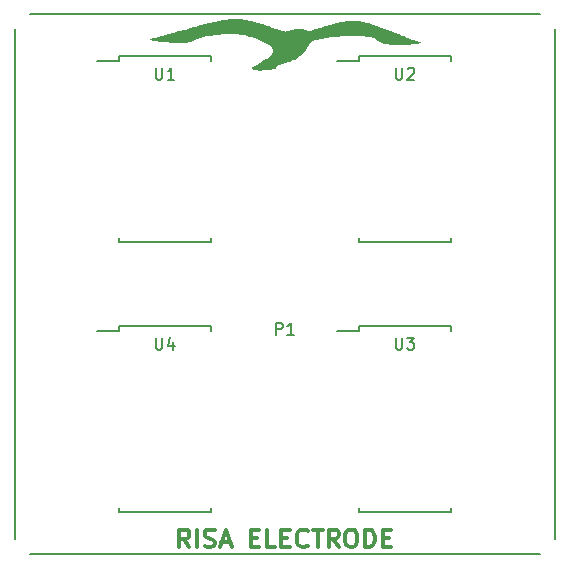
<source format=gto>
G04 #@! TF.FileFunction,Legend,Top*
%FSLAX46Y46*%
G04 Gerber Fmt 4.6, Leading zero omitted, Abs format (unit mm)*
G04 Created by KiCad (PCBNEW (2015-11-29 BZR 6336)-product) date vrijdag 15 april 2016 20:54:22*
%MOMM*%
G01*
G04 APERTURE LIST*
%ADD10C,0.100000*%
%ADD11C,0.300000*%
%ADD12C,0.200000*%
%ADD13C,0.150000*%
%ADD14C,0.010000*%
G04 APERTURE END LIST*
D10*
D11*
X144328572Y-123868571D02*
X143828572Y-123154286D01*
X143471429Y-123868571D02*
X143471429Y-122368571D01*
X144042857Y-122368571D01*
X144185715Y-122440000D01*
X144257143Y-122511429D01*
X144328572Y-122654286D01*
X144328572Y-122868571D01*
X144257143Y-123011429D01*
X144185715Y-123082857D01*
X144042857Y-123154286D01*
X143471429Y-123154286D01*
X144971429Y-123868571D02*
X144971429Y-122368571D01*
X145614286Y-123797143D02*
X145828572Y-123868571D01*
X146185715Y-123868571D01*
X146328572Y-123797143D01*
X146400001Y-123725714D01*
X146471429Y-123582857D01*
X146471429Y-123440000D01*
X146400001Y-123297143D01*
X146328572Y-123225714D01*
X146185715Y-123154286D01*
X145900001Y-123082857D01*
X145757143Y-123011429D01*
X145685715Y-122940000D01*
X145614286Y-122797143D01*
X145614286Y-122654286D01*
X145685715Y-122511429D01*
X145757143Y-122440000D01*
X145900001Y-122368571D01*
X146257143Y-122368571D01*
X146471429Y-122440000D01*
X147042857Y-123440000D02*
X147757143Y-123440000D01*
X146900000Y-123868571D02*
X147400000Y-122368571D01*
X147900000Y-123868571D01*
X149542857Y-123082857D02*
X150042857Y-123082857D01*
X150257143Y-123868571D02*
X149542857Y-123868571D01*
X149542857Y-122368571D01*
X150257143Y-122368571D01*
X151614286Y-123868571D02*
X150900000Y-123868571D01*
X150900000Y-122368571D01*
X152114286Y-123082857D02*
X152614286Y-123082857D01*
X152828572Y-123868571D02*
X152114286Y-123868571D01*
X152114286Y-122368571D01*
X152828572Y-122368571D01*
X154328572Y-123725714D02*
X154257143Y-123797143D01*
X154042857Y-123868571D01*
X153900000Y-123868571D01*
X153685715Y-123797143D01*
X153542857Y-123654286D01*
X153471429Y-123511429D01*
X153400000Y-123225714D01*
X153400000Y-123011429D01*
X153471429Y-122725714D01*
X153542857Y-122582857D01*
X153685715Y-122440000D01*
X153900000Y-122368571D01*
X154042857Y-122368571D01*
X154257143Y-122440000D01*
X154328572Y-122511429D01*
X154757143Y-122368571D02*
X155614286Y-122368571D01*
X155185715Y-123868571D02*
X155185715Y-122368571D01*
X156971429Y-123868571D02*
X156471429Y-123154286D01*
X156114286Y-123868571D02*
X156114286Y-122368571D01*
X156685714Y-122368571D01*
X156828572Y-122440000D01*
X156900000Y-122511429D01*
X156971429Y-122654286D01*
X156971429Y-122868571D01*
X156900000Y-123011429D01*
X156828572Y-123082857D01*
X156685714Y-123154286D01*
X156114286Y-123154286D01*
X157900000Y-122368571D02*
X158185714Y-122368571D01*
X158328572Y-122440000D01*
X158471429Y-122582857D01*
X158542857Y-122868571D01*
X158542857Y-123368571D01*
X158471429Y-123654286D01*
X158328572Y-123797143D01*
X158185714Y-123868571D01*
X157900000Y-123868571D01*
X157757143Y-123797143D01*
X157614286Y-123654286D01*
X157542857Y-123368571D01*
X157542857Y-122868571D01*
X157614286Y-122582857D01*
X157757143Y-122440000D01*
X157900000Y-122368571D01*
X159185715Y-123868571D02*
X159185715Y-122368571D01*
X159542858Y-122368571D01*
X159757143Y-122440000D01*
X159900001Y-122582857D01*
X159971429Y-122725714D01*
X160042858Y-123011429D01*
X160042858Y-123225714D01*
X159971429Y-123511429D01*
X159900001Y-123654286D01*
X159757143Y-123797143D01*
X159542858Y-123868571D01*
X159185715Y-123868571D01*
X160685715Y-123082857D02*
X161185715Y-123082857D01*
X161400001Y-123868571D02*
X160685715Y-123868571D01*
X160685715Y-122368571D01*
X161400001Y-122368571D01*
D12*
X173990000Y-124460000D02*
X130810000Y-124460000D01*
X175260000Y-80010000D02*
X175260000Y-123190000D01*
X130810000Y-78740000D02*
X173990000Y-78740000D01*
X129540000Y-123190000D02*
X129540000Y-80010000D01*
D13*
X158685000Y-82295000D02*
X158685000Y-82660000D01*
X166435000Y-82295000D02*
X166435000Y-82660000D01*
X166435000Y-98045000D02*
X166435000Y-97680000D01*
X158685000Y-98045000D02*
X158685000Y-97680000D01*
X158685000Y-82295000D02*
X166435000Y-82295000D01*
X158685000Y-98045000D02*
X166435000Y-98045000D01*
X158685000Y-82660000D02*
X156860000Y-82660000D01*
X158685000Y-105155000D02*
X158685000Y-105520000D01*
X166435000Y-105155000D02*
X166435000Y-105520000D01*
X166435000Y-120905000D02*
X166435000Y-120540000D01*
X158685000Y-120905000D02*
X158685000Y-120540000D01*
X158685000Y-105155000D02*
X166435000Y-105155000D01*
X158685000Y-120905000D02*
X166435000Y-120905000D01*
X158685000Y-105520000D02*
X156860000Y-105520000D01*
X138365000Y-105155000D02*
X138365000Y-105520000D01*
X146115000Y-105155000D02*
X146115000Y-105520000D01*
X146115000Y-120905000D02*
X146115000Y-120540000D01*
X138365000Y-120905000D02*
X138365000Y-120540000D01*
X138365000Y-105155000D02*
X146115000Y-105155000D01*
X138365000Y-120905000D02*
X146115000Y-120905000D01*
X138365000Y-105520000D02*
X136540000Y-105520000D01*
X138365000Y-82295000D02*
X138365000Y-82660000D01*
X146115000Y-82295000D02*
X146115000Y-82660000D01*
X146115000Y-98045000D02*
X146115000Y-97680000D01*
X138365000Y-98045000D02*
X138365000Y-97680000D01*
X138365000Y-82295000D02*
X146115000Y-82295000D01*
X138365000Y-98045000D02*
X146115000Y-98045000D01*
X138365000Y-82660000D02*
X136540000Y-82660000D01*
D14*
G36*
X148313775Y-79141750D02*
X148388870Y-79143196D01*
X148458009Y-79145494D01*
X148523105Y-79148871D01*
X148586070Y-79153553D01*
X148648815Y-79159768D01*
X148713254Y-79167742D01*
X148781298Y-79177701D01*
X148854860Y-79189872D01*
X148935852Y-79204482D01*
X149026186Y-79221757D01*
X149082125Y-79232791D01*
X149187954Y-79254362D01*
X149293044Y-79276868D01*
X149398197Y-79300541D01*
X149504213Y-79325613D01*
X149611894Y-79352314D01*
X149722043Y-79380878D01*
X149835461Y-79411536D01*
X149952950Y-79444519D01*
X150075311Y-79480060D01*
X150203347Y-79518389D01*
X150337859Y-79559739D01*
X150479648Y-79604342D01*
X150629517Y-79652429D01*
X150788268Y-79704232D01*
X150956702Y-79759983D01*
X151135620Y-79819913D01*
X151267552Y-79864482D01*
X151396298Y-79908043D01*
X151513757Y-79947626D01*
X151620628Y-79983446D01*
X151717613Y-80015716D01*
X151805413Y-80044649D01*
X151884728Y-80070459D01*
X151956259Y-80093359D01*
X152020707Y-80113562D01*
X152078772Y-80131283D01*
X152131156Y-80146735D01*
X152178559Y-80160131D01*
X152221683Y-80171684D01*
X152261227Y-80181609D01*
X152297892Y-80190118D01*
X152332380Y-80197425D01*
X152365392Y-80203744D01*
X152397627Y-80209288D01*
X152401484Y-80209913D01*
X152460738Y-80219448D01*
X152597056Y-80175687D01*
X152735712Y-80132834D01*
X152865817Y-80096168D01*
X152989601Y-80065165D01*
X153109293Y-80039297D01*
X153227124Y-80018039D01*
X153329197Y-80002973D01*
X153380798Y-79997248D01*
X153440177Y-79992556D01*
X153504446Y-79988971D01*
X153570716Y-79986571D01*
X153636098Y-79985431D01*
X153697702Y-79985629D01*
X153752640Y-79987239D01*
X153798023Y-79990339D01*
X153800175Y-79990553D01*
X153923794Y-80007648D01*
X154037739Y-80032869D01*
X154142132Y-80066257D01*
X154237094Y-80107856D01*
X154322747Y-80157707D01*
X154363678Y-80186928D01*
X154403425Y-80217315D01*
X154832050Y-80076181D01*
X154998368Y-80021496D01*
X155153362Y-79970710D01*
X155297725Y-79923617D01*
X155432151Y-79880007D01*
X155557332Y-79839673D01*
X155673961Y-79802405D01*
X155782732Y-79767997D01*
X155884338Y-79736239D01*
X155979472Y-79706924D01*
X156068827Y-79679844D01*
X156153096Y-79654790D01*
X156232973Y-79631553D01*
X156309150Y-79609927D01*
X156382321Y-79589702D01*
X156453179Y-79570671D01*
X156522417Y-79552625D01*
X156590728Y-79535356D01*
X156658805Y-79518656D01*
X156727342Y-79502317D01*
X156795102Y-79486573D01*
X156918799Y-79459039D01*
X157045412Y-79432516D01*
X157173338Y-79407268D01*
X157300973Y-79383562D01*
X157426713Y-79361663D01*
X157548956Y-79341836D01*
X157666097Y-79324348D01*
X157776534Y-79309464D01*
X157878663Y-79297450D01*
X157970880Y-79288570D01*
X158007050Y-79285785D01*
X158125439Y-79281590D01*
X158254012Y-79284924D01*
X158392732Y-79295781D01*
X158541559Y-79314153D01*
X158700455Y-79340033D01*
X158869383Y-79373415D01*
X159048304Y-79414291D01*
X159237180Y-79462655D01*
X159435973Y-79518499D01*
X159644644Y-79581817D01*
X159670750Y-79590044D01*
X159748701Y-79614883D01*
X159825823Y-79639834D01*
X159902793Y-79665145D01*
X159980288Y-79691066D01*
X160058984Y-79717847D01*
X160139558Y-79745737D01*
X160222687Y-79774985D01*
X160309047Y-79805841D01*
X160399316Y-79838553D01*
X160494170Y-79873372D01*
X160594285Y-79910546D01*
X160700339Y-79950325D01*
X160813009Y-79992959D01*
X160932971Y-80038696D01*
X161060901Y-80087787D01*
X161197477Y-80140479D01*
X161343375Y-80197024D01*
X161499273Y-80257669D01*
X161665846Y-80322665D01*
X161775775Y-80365646D01*
X161952165Y-80434522D01*
X162117549Y-80498805D01*
X162272653Y-80558761D01*
X162418201Y-80614659D01*
X162554922Y-80666764D01*
X162683541Y-80715344D01*
X162804783Y-80760667D01*
X162919376Y-80803000D01*
X163028046Y-80842609D01*
X163131518Y-80879763D01*
X163230519Y-80914729D01*
X163325774Y-80947773D01*
X163418011Y-80979163D01*
X163507955Y-81009166D01*
X163596332Y-81038050D01*
X163648124Y-81054703D01*
X163703731Y-81072694D01*
X163747542Y-81087367D01*
X163779978Y-81098876D01*
X163801459Y-81107379D01*
X163812404Y-81113029D01*
X163813234Y-81115985D01*
X163813224Y-81115989D01*
X163802107Y-81118856D01*
X163780290Y-81123128D01*
X163749657Y-81128512D01*
X163712092Y-81134715D01*
X163669482Y-81141443D01*
X163623711Y-81148404D01*
X163576664Y-81155304D01*
X163530225Y-81161850D01*
X163486281Y-81167748D01*
X163455350Y-81171662D01*
X163211230Y-81198069D01*
X162957535Y-81218827D01*
X162696100Y-81233853D01*
X162428764Y-81243068D01*
X162157364Y-81246389D01*
X161883736Y-81243737D01*
X161841315Y-81242787D01*
X161697971Y-81238947D01*
X161566529Y-81234571D01*
X161446198Y-81229567D01*
X161336189Y-81223842D01*
X161235711Y-81217303D01*
X161143974Y-81209860D01*
X161060187Y-81201418D01*
X160983560Y-81191886D01*
X160913303Y-81181172D01*
X160848626Y-81169183D01*
X160788737Y-81155827D01*
X160732847Y-81141011D01*
X160680166Y-81124643D01*
X160629903Y-81106631D01*
X160610243Y-81098923D01*
X160571232Y-81082559D01*
X160533498Y-81065119D01*
X160495538Y-81045707D01*
X160455851Y-81023427D01*
X160412934Y-80997383D01*
X160365285Y-80966679D01*
X160311402Y-80930418D01*
X160249782Y-80887704D01*
X160214470Y-80862848D01*
X160139565Y-80810723D01*
X160072555Y-80766104D01*
X160011712Y-80728214D01*
X159955305Y-80696275D01*
X159901605Y-80669508D01*
X159848882Y-80647135D01*
X159795407Y-80628378D01*
X159739449Y-80612459D01*
X159679280Y-80598599D01*
X159613169Y-80586021D01*
X159590585Y-80582158D01*
X159511846Y-80569977D01*
X159427646Y-80558915D01*
X159337179Y-80548918D01*
X159239638Y-80539929D01*
X159134217Y-80531892D01*
X159020109Y-80524751D01*
X158896509Y-80518451D01*
X158762609Y-80512934D01*
X158617604Y-80508146D01*
X158467425Y-80504187D01*
X158256904Y-80500870D01*
X158040519Y-80500592D01*
X157820038Y-80503262D01*
X157597229Y-80508789D01*
X157373860Y-80517081D01*
X157151701Y-80528047D01*
X156932518Y-80541593D01*
X156718080Y-80557630D01*
X156510156Y-80576065D01*
X156310513Y-80596807D01*
X156120919Y-80619764D01*
X156048075Y-80629576D01*
X155802538Y-80667171D01*
X155567615Y-80710327D01*
X155342394Y-80759265D01*
X155125967Y-80814202D01*
X154917424Y-80875360D01*
X154715857Y-80942957D01*
X154650671Y-80966731D01*
X154523267Y-81014143D01*
X154499330Y-81062934D01*
X154451680Y-81156323D01*
X154398444Y-81254054D01*
X154341285Y-81353374D01*
X154281868Y-81451526D01*
X154221858Y-81545755D01*
X154162919Y-81633306D01*
X154111174Y-81705450D01*
X153997868Y-81849496D01*
X153880616Y-81981883D01*
X153758562Y-82103269D01*
X153630853Y-82214311D01*
X153496634Y-82315668D01*
X153355052Y-82407998D01*
X153205253Y-82491958D01*
X153046382Y-82568208D01*
X152926086Y-82618627D01*
X152877216Y-82637709D01*
X152828934Y-82655968D01*
X152779769Y-82673897D01*
X152728247Y-82691989D01*
X152672897Y-82710737D01*
X152612247Y-82730634D01*
X152544825Y-82752172D01*
X152469160Y-82775844D01*
X152383778Y-82802143D01*
X152317450Y-82822377D01*
X152205147Y-82856839D01*
X152104727Y-82888324D01*
X152015762Y-82916979D01*
X151937826Y-82942949D01*
X151870490Y-82966383D01*
X151813328Y-82987427D01*
X151765912Y-83006227D01*
X151727815Y-83022930D01*
X151713319Y-83029942D01*
X151671640Y-83055634D01*
X151634630Y-83087616D01*
X151605382Y-83122958D01*
X151593249Y-83143725D01*
X151585075Y-83162824D01*
X151580301Y-83181787D01*
X151578113Y-83205160D01*
X151577675Y-83230541D01*
X151577675Y-83285608D01*
X151530050Y-83292247D01*
X151412217Y-83308644D01*
X151306067Y-83323343D01*
X151210715Y-83336457D01*
X151125273Y-83348096D01*
X151048855Y-83358373D01*
X150980574Y-83367399D01*
X150919543Y-83375287D01*
X150864875Y-83382149D01*
X150815685Y-83388095D01*
X150771084Y-83393239D01*
X150730187Y-83397691D01*
X150692107Y-83401564D01*
X150655957Y-83404969D01*
X150620850Y-83408019D01*
X150596600Y-83409988D01*
X150508451Y-83416014D01*
X150421001Y-83420198D01*
X150336991Y-83422473D01*
X150259165Y-83422775D01*
X150190267Y-83421039D01*
X150171150Y-83420076D01*
X150057191Y-83410338D01*
X149952874Y-83394636D01*
X149856476Y-83372672D01*
X149802850Y-83356731D01*
X149774832Y-83346774D01*
X149743366Y-83334187D01*
X149710558Y-83319983D01*
X149678516Y-83305174D01*
X149649347Y-83290775D01*
X149625158Y-83277800D01*
X149608057Y-83267260D01*
X149600151Y-83260171D01*
X149599855Y-83259114D01*
X149605274Y-83254182D01*
X149620415Y-83244197D01*
X149643773Y-83230052D01*
X149673847Y-83212637D01*
X149709134Y-83192844D01*
X149740885Y-83175475D01*
X149840761Y-83120789D01*
X149947855Y-83060984D01*
X150058811Y-82997975D01*
X150170278Y-82933682D01*
X150278900Y-82870023D01*
X150371175Y-82815025D01*
X150511276Y-82729576D01*
X150640791Y-82648124D01*
X150759600Y-82570757D01*
X150867587Y-82497563D01*
X150964634Y-82428630D01*
X151050623Y-82364045D01*
X151125435Y-82303897D01*
X151188954Y-82248273D01*
X151241062Y-82197261D01*
X151281640Y-82150949D01*
X151304523Y-82119217D01*
X151343624Y-82048109D01*
X151372675Y-81972695D01*
X151391414Y-81894784D01*
X151399579Y-81816187D01*
X151396909Y-81738712D01*
X151383141Y-81664171D01*
X151374494Y-81635655D01*
X151344814Y-81561547D01*
X151308142Y-81494438D01*
X151263453Y-81433185D01*
X151209722Y-81376646D01*
X151145923Y-81323679D01*
X151071030Y-81273142D01*
X151024696Y-81245943D01*
X151004483Y-81235113D01*
X150974107Y-81219537D01*
X150934903Y-81199857D01*
X150888208Y-81176720D01*
X150835355Y-81150768D01*
X150777682Y-81122647D01*
X150716524Y-81093000D01*
X150653216Y-81062472D01*
X150589094Y-81031707D01*
X150525494Y-81001349D01*
X150463751Y-80972042D01*
X150405201Y-80944430D01*
X150351180Y-80919158D01*
X150303023Y-80896871D01*
X150265431Y-80879729D01*
X150043112Y-80782901D01*
X149825584Y-80695329D01*
X149613201Y-80617116D01*
X149406315Y-80548363D01*
X149205279Y-80489173D01*
X149010445Y-80439649D01*
X148822167Y-80399891D01*
X148640797Y-80370003D01*
X148466689Y-80350086D01*
X148424900Y-80346718D01*
X148373301Y-80343590D01*
X148311002Y-80340933D01*
X148239993Y-80338766D01*
X148162267Y-80337108D01*
X148079815Y-80335977D01*
X147994628Y-80335391D01*
X147908697Y-80335370D01*
X147824015Y-80335931D01*
X147742572Y-80337094D01*
X147666359Y-80338877D01*
X147647025Y-80339464D01*
X147446154Y-80347141D01*
X147247522Y-80357184D01*
X147051804Y-80369499D01*
X146859676Y-80383990D01*
X146671815Y-80400562D01*
X146488895Y-80419118D01*
X146311594Y-80439564D01*
X146140587Y-80461804D01*
X145976550Y-80485742D01*
X145820158Y-80511284D01*
X145672089Y-80538332D01*
X145533017Y-80566793D01*
X145403619Y-80596571D01*
X145284571Y-80627569D01*
X145176548Y-80659693D01*
X145080227Y-80692847D01*
X145042524Y-80707417D01*
X145027171Y-80714142D01*
X145002668Y-80725559D01*
X144971195Y-80740619D01*
X144934933Y-80758276D01*
X144896062Y-80777483D01*
X144881215Y-80784892D01*
X144780494Y-80834363D01*
X144688811Y-80877312D01*
X144604669Y-80914306D01*
X144526569Y-80945912D01*
X144453010Y-80972696D01*
X144382496Y-80995224D01*
X144313526Y-81014064D01*
X144244603Y-81029782D01*
X144220866Y-81034524D01*
X144163243Y-81045676D01*
X144114581Y-81055039D01*
X144073094Y-81062780D01*
X144036993Y-81069066D01*
X144004492Y-81074065D01*
X143973801Y-81077944D01*
X143943135Y-81080870D01*
X143910704Y-81083012D01*
X143874723Y-81084536D01*
X143833402Y-81085609D01*
X143784955Y-81086399D01*
X143727595Y-81087074D01*
X143659533Y-81087800D01*
X143650804Y-81087896D01*
X143359329Y-81087347D01*
X143059461Y-81079448D01*
X142753071Y-81064329D01*
X142442028Y-81042123D01*
X142128202Y-81012959D01*
X141813464Y-80976969D01*
X141538325Y-80939913D01*
X141493584Y-80933307D01*
X141443864Y-80925709D01*
X141390597Y-80917359D01*
X141335219Y-80908500D01*
X141279164Y-80899373D01*
X141223864Y-80890221D01*
X141170754Y-80881285D01*
X141121268Y-80872806D01*
X141076839Y-80865027D01*
X141038903Y-80858189D01*
X141008892Y-80852534D01*
X140988241Y-80848303D01*
X140978384Y-80845739D01*
X140977802Y-80845419D01*
X140977130Y-80844643D01*
X140977400Y-80843776D01*
X140979589Y-80842556D01*
X140984669Y-80840719D01*
X140993616Y-80838000D01*
X141007406Y-80834137D01*
X141027012Y-80828866D01*
X141053410Y-80821924D01*
X141087575Y-80813048D01*
X141130480Y-80801972D01*
X141183102Y-80788435D01*
X141246415Y-80772173D01*
X141293850Y-80759994D01*
X141382510Y-80737122D01*
X141474154Y-80713258D01*
X141569339Y-80688251D01*
X141668623Y-80661948D01*
X141772567Y-80634194D01*
X141881727Y-80604838D01*
X141996663Y-80573725D01*
X142117933Y-80540703D01*
X142246096Y-80505619D01*
X142381710Y-80468320D01*
X142525334Y-80428652D01*
X142677527Y-80386463D01*
X142838846Y-80341599D01*
X143009852Y-80293907D01*
X143191102Y-80243234D01*
X143383155Y-80189427D01*
X143586569Y-80132334D01*
X143694150Y-80102102D01*
X143944147Y-80032035D01*
X144182530Y-79965670D01*
X144409797Y-79902883D01*
X144626444Y-79843553D01*
X144832968Y-79787557D01*
X145029867Y-79734772D01*
X145217636Y-79685077D01*
X145396774Y-79638349D01*
X145567777Y-79594466D01*
X145731143Y-79553304D01*
X145887367Y-79514742D01*
X146036947Y-79478658D01*
X146180381Y-79444929D01*
X146318165Y-79413432D01*
X146450796Y-79384045D01*
X146578771Y-79356646D01*
X146702587Y-79331113D01*
X146822741Y-79307322D01*
X146939730Y-79285153D01*
X147054051Y-79264481D01*
X147166202Y-79245185D01*
X147189825Y-79241247D01*
X147343014Y-79216805D01*
X147485853Y-79196083D01*
X147620084Y-79178926D01*
X147747452Y-79165181D01*
X147869700Y-79154692D01*
X147988573Y-79147306D01*
X148105812Y-79142868D01*
X148223164Y-79141223D01*
X148313775Y-79141750D01*
X148313775Y-79141750D01*
G37*
X148313775Y-79141750D02*
X148388870Y-79143196D01*
X148458009Y-79145494D01*
X148523105Y-79148871D01*
X148586070Y-79153553D01*
X148648815Y-79159768D01*
X148713254Y-79167742D01*
X148781298Y-79177701D01*
X148854860Y-79189872D01*
X148935852Y-79204482D01*
X149026186Y-79221757D01*
X149082125Y-79232791D01*
X149187954Y-79254362D01*
X149293044Y-79276868D01*
X149398197Y-79300541D01*
X149504213Y-79325613D01*
X149611894Y-79352314D01*
X149722043Y-79380878D01*
X149835461Y-79411536D01*
X149952950Y-79444519D01*
X150075311Y-79480060D01*
X150203347Y-79518389D01*
X150337859Y-79559739D01*
X150479648Y-79604342D01*
X150629517Y-79652429D01*
X150788268Y-79704232D01*
X150956702Y-79759983D01*
X151135620Y-79819913D01*
X151267552Y-79864482D01*
X151396298Y-79908043D01*
X151513757Y-79947626D01*
X151620628Y-79983446D01*
X151717613Y-80015716D01*
X151805413Y-80044649D01*
X151884728Y-80070459D01*
X151956259Y-80093359D01*
X152020707Y-80113562D01*
X152078772Y-80131283D01*
X152131156Y-80146735D01*
X152178559Y-80160131D01*
X152221683Y-80171684D01*
X152261227Y-80181609D01*
X152297892Y-80190118D01*
X152332380Y-80197425D01*
X152365392Y-80203744D01*
X152397627Y-80209288D01*
X152401484Y-80209913D01*
X152460738Y-80219448D01*
X152597056Y-80175687D01*
X152735712Y-80132834D01*
X152865817Y-80096168D01*
X152989601Y-80065165D01*
X153109293Y-80039297D01*
X153227124Y-80018039D01*
X153329197Y-80002973D01*
X153380798Y-79997248D01*
X153440177Y-79992556D01*
X153504446Y-79988971D01*
X153570716Y-79986571D01*
X153636098Y-79985431D01*
X153697702Y-79985629D01*
X153752640Y-79987239D01*
X153798023Y-79990339D01*
X153800175Y-79990553D01*
X153923794Y-80007648D01*
X154037739Y-80032869D01*
X154142132Y-80066257D01*
X154237094Y-80107856D01*
X154322747Y-80157707D01*
X154363678Y-80186928D01*
X154403425Y-80217315D01*
X154832050Y-80076181D01*
X154998368Y-80021496D01*
X155153362Y-79970710D01*
X155297725Y-79923617D01*
X155432151Y-79880007D01*
X155557332Y-79839673D01*
X155673961Y-79802405D01*
X155782732Y-79767997D01*
X155884338Y-79736239D01*
X155979472Y-79706924D01*
X156068827Y-79679844D01*
X156153096Y-79654790D01*
X156232973Y-79631553D01*
X156309150Y-79609927D01*
X156382321Y-79589702D01*
X156453179Y-79570671D01*
X156522417Y-79552625D01*
X156590728Y-79535356D01*
X156658805Y-79518656D01*
X156727342Y-79502317D01*
X156795102Y-79486573D01*
X156918799Y-79459039D01*
X157045412Y-79432516D01*
X157173338Y-79407268D01*
X157300973Y-79383562D01*
X157426713Y-79361663D01*
X157548956Y-79341836D01*
X157666097Y-79324348D01*
X157776534Y-79309464D01*
X157878663Y-79297450D01*
X157970880Y-79288570D01*
X158007050Y-79285785D01*
X158125439Y-79281590D01*
X158254012Y-79284924D01*
X158392732Y-79295781D01*
X158541559Y-79314153D01*
X158700455Y-79340033D01*
X158869383Y-79373415D01*
X159048304Y-79414291D01*
X159237180Y-79462655D01*
X159435973Y-79518499D01*
X159644644Y-79581817D01*
X159670750Y-79590044D01*
X159748701Y-79614883D01*
X159825823Y-79639834D01*
X159902793Y-79665145D01*
X159980288Y-79691066D01*
X160058984Y-79717847D01*
X160139558Y-79745737D01*
X160222687Y-79774985D01*
X160309047Y-79805841D01*
X160399316Y-79838553D01*
X160494170Y-79873372D01*
X160594285Y-79910546D01*
X160700339Y-79950325D01*
X160813009Y-79992959D01*
X160932971Y-80038696D01*
X161060901Y-80087787D01*
X161197477Y-80140479D01*
X161343375Y-80197024D01*
X161499273Y-80257669D01*
X161665846Y-80322665D01*
X161775775Y-80365646D01*
X161952165Y-80434522D01*
X162117549Y-80498805D01*
X162272653Y-80558761D01*
X162418201Y-80614659D01*
X162554922Y-80666764D01*
X162683541Y-80715344D01*
X162804783Y-80760667D01*
X162919376Y-80803000D01*
X163028046Y-80842609D01*
X163131518Y-80879763D01*
X163230519Y-80914729D01*
X163325774Y-80947773D01*
X163418011Y-80979163D01*
X163507955Y-81009166D01*
X163596332Y-81038050D01*
X163648124Y-81054703D01*
X163703731Y-81072694D01*
X163747542Y-81087367D01*
X163779978Y-81098876D01*
X163801459Y-81107379D01*
X163812404Y-81113029D01*
X163813234Y-81115985D01*
X163813224Y-81115989D01*
X163802107Y-81118856D01*
X163780290Y-81123128D01*
X163749657Y-81128512D01*
X163712092Y-81134715D01*
X163669482Y-81141443D01*
X163623711Y-81148404D01*
X163576664Y-81155304D01*
X163530225Y-81161850D01*
X163486281Y-81167748D01*
X163455350Y-81171662D01*
X163211230Y-81198069D01*
X162957535Y-81218827D01*
X162696100Y-81233853D01*
X162428764Y-81243068D01*
X162157364Y-81246389D01*
X161883736Y-81243737D01*
X161841315Y-81242787D01*
X161697971Y-81238947D01*
X161566529Y-81234571D01*
X161446198Y-81229567D01*
X161336189Y-81223842D01*
X161235711Y-81217303D01*
X161143974Y-81209860D01*
X161060187Y-81201418D01*
X160983560Y-81191886D01*
X160913303Y-81181172D01*
X160848626Y-81169183D01*
X160788737Y-81155827D01*
X160732847Y-81141011D01*
X160680166Y-81124643D01*
X160629903Y-81106631D01*
X160610243Y-81098923D01*
X160571232Y-81082559D01*
X160533498Y-81065119D01*
X160495538Y-81045707D01*
X160455851Y-81023427D01*
X160412934Y-80997383D01*
X160365285Y-80966679D01*
X160311402Y-80930418D01*
X160249782Y-80887704D01*
X160214470Y-80862848D01*
X160139565Y-80810723D01*
X160072555Y-80766104D01*
X160011712Y-80728214D01*
X159955305Y-80696275D01*
X159901605Y-80669508D01*
X159848882Y-80647135D01*
X159795407Y-80628378D01*
X159739449Y-80612459D01*
X159679280Y-80598599D01*
X159613169Y-80586021D01*
X159590585Y-80582158D01*
X159511846Y-80569977D01*
X159427646Y-80558915D01*
X159337179Y-80548918D01*
X159239638Y-80539929D01*
X159134217Y-80531892D01*
X159020109Y-80524751D01*
X158896509Y-80518451D01*
X158762609Y-80512934D01*
X158617604Y-80508146D01*
X158467425Y-80504187D01*
X158256904Y-80500870D01*
X158040519Y-80500592D01*
X157820038Y-80503262D01*
X157597229Y-80508789D01*
X157373860Y-80517081D01*
X157151701Y-80528047D01*
X156932518Y-80541593D01*
X156718080Y-80557630D01*
X156510156Y-80576065D01*
X156310513Y-80596807D01*
X156120919Y-80619764D01*
X156048075Y-80629576D01*
X155802538Y-80667171D01*
X155567615Y-80710327D01*
X155342394Y-80759265D01*
X155125967Y-80814202D01*
X154917424Y-80875360D01*
X154715857Y-80942957D01*
X154650671Y-80966731D01*
X154523267Y-81014143D01*
X154499330Y-81062934D01*
X154451680Y-81156323D01*
X154398444Y-81254054D01*
X154341285Y-81353374D01*
X154281868Y-81451526D01*
X154221858Y-81545755D01*
X154162919Y-81633306D01*
X154111174Y-81705450D01*
X153997868Y-81849496D01*
X153880616Y-81981883D01*
X153758562Y-82103269D01*
X153630853Y-82214311D01*
X153496634Y-82315668D01*
X153355052Y-82407998D01*
X153205253Y-82491958D01*
X153046382Y-82568208D01*
X152926086Y-82618627D01*
X152877216Y-82637709D01*
X152828934Y-82655968D01*
X152779769Y-82673897D01*
X152728247Y-82691989D01*
X152672897Y-82710737D01*
X152612247Y-82730634D01*
X152544825Y-82752172D01*
X152469160Y-82775844D01*
X152383778Y-82802143D01*
X152317450Y-82822377D01*
X152205147Y-82856839D01*
X152104727Y-82888324D01*
X152015762Y-82916979D01*
X151937826Y-82942949D01*
X151870490Y-82966383D01*
X151813328Y-82987427D01*
X151765912Y-83006227D01*
X151727815Y-83022930D01*
X151713319Y-83029942D01*
X151671640Y-83055634D01*
X151634630Y-83087616D01*
X151605382Y-83122958D01*
X151593249Y-83143725D01*
X151585075Y-83162824D01*
X151580301Y-83181787D01*
X151578113Y-83205160D01*
X151577675Y-83230541D01*
X151577675Y-83285608D01*
X151530050Y-83292247D01*
X151412217Y-83308644D01*
X151306067Y-83323343D01*
X151210715Y-83336457D01*
X151125273Y-83348096D01*
X151048855Y-83358373D01*
X150980574Y-83367399D01*
X150919543Y-83375287D01*
X150864875Y-83382149D01*
X150815685Y-83388095D01*
X150771084Y-83393239D01*
X150730187Y-83397691D01*
X150692107Y-83401564D01*
X150655957Y-83404969D01*
X150620850Y-83408019D01*
X150596600Y-83409988D01*
X150508451Y-83416014D01*
X150421001Y-83420198D01*
X150336991Y-83422473D01*
X150259165Y-83422775D01*
X150190267Y-83421039D01*
X150171150Y-83420076D01*
X150057191Y-83410338D01*
X149952874Y-83394636D01*
X149856476Y-83372672D01*
X149802850Y-83356731D01*
X149774832Y-83346774D01*
X149743366Y-83334187D01*
X149710558Y-83319983D01*
X149678516Y-83305174D01*
X149649347Y-83290775D01*
X149625158Y-83277800D01*
X149608057Y-83267260D01*
X149600151Y-83260171D01*
X149599855Y-83259114D01*
X149605274Y-83254182D01*
X149620415Y-83244197D01*
X149643773Y-83230052D01*
X149673847Y-83212637D01*
X149709134Y-83192844D01*
X149740885Y-83175475D01*
X149840761Y-83120789D01*
X149947855Y-83060984D01*
X150058811Y-82997975D01*
X150170278Y-82933682D01*
X150278900Y-82870023D01*
X150371175Y-82815025D01*
X150511276Y-82729576D01*
X150640791Y-82648124D01*
X150759600Y-82570757D01*
X150867587Y-82497563D01*
X150964634Y-82428630D01*
X151050623Y-82364045D01*
X151125435Y-82303897D01*
X151188954Y-82248273D01*
X151241062Y-82197261D01*
X151281640Y-82150949D01*
X151304523Y-82119217D01*
X151343624Y-82048109D01*
X151372675Y-81972695D01*
X151391414Y-81894784D01*
X151399579Y-81816187D01*
X151396909Y-81738712D01*
X151383141Y-81664171D01*
X151374494Y-81635655D01*
X151344814Y-81561547D01*
X151308142Y-81494438D01*
X151263453Y-81433185D01*
X151209722Y-81376646D01*
X151145923Y-81323679D01*
X151071030Y-81273142D01*
X151024696Y-81245943D01*
X151004483Y-81235113D01*
X150974107Y-81219537D01*
X150934903Y-81199857D01*
X150888208Y-81176720D01*
X150835355Y-81150768D01*
X150777682Y-81122647D01*
X150716524Y-81093000D01*
X150653216Y-81062472D01*
X150589094Y-81031707D01*
X150525494Y-81001349D01*
X150463751Y-80972042D01*
X150405201Y-80944430D01*
X150351180Y-80919158D01*
X150303023Y-80896871D01*
X150265431Y-80879729D01*
X150043112Y-80782901D01*
X149825584Y-80695329D01*
X149613201Y-80617116D01*
X149406315Y-80548363D01*
X149205279Y-80489173D01*
X149010445Y-80439649D01*
X148822167Y-80399891D01*
X148640797Y-80370003D01*
X148466689Y-80350086D01*
X148424900Y-80346718D01*
X148373301Y-80343590D01*
X148311002Y-80340933D01*
X148239993Y-80338766D01*
X148162267Y-80337108D01*
X148079815Y-80335977D01*
X147994628Y-80335391D01*
X147908697Y-80335370D01*
X147824015Y-80335931D01*
X147742572Y-80337094D01*
X147666359Y-80338877D01*
X147647025Y-80339464D01*
X147446154Y-80347141D01*
X147247522Y-80357184D01*
X147051804Y-80369499D01*
X146859676Y-80383990D01*
X146671815Y-80400562D01*
X146488895Y-80419118D01*
X146311594Y-80439564D01*
X146140587Y-80461804D01*
X145976550Y-80485742D01*
X145820158Y-80511284D01*
X145672089Y-80538332D01*
X145533017Y-80566793D01*
X145403619Y-80596571D01*
X145284571Y-80627569D01*
X145176548Y-80659693D01*
X145080227Y-80692847D01*
X145042524Y-80707417D01*
X145027171Y-80714142D01*
X145002668Y-80725559D01*
X144971195Y-80740619D01*
X144934933Y-80758276D01*
X144896062Y-80777483D01*
X144881215Y-80784892D01*
X144780494Y-80834363D01*
X144688811Y-80877312D01*
X144604669Y-80914306D01*
X144526569Y-80945912D01*
X144453010Y-80972696D01*
X144382496Y-80995224D01*
X144313526Y-81014064D01*
X144244603Y-81029782D01*
X144220866Y-81034524D01*
X144163243Y-81045676D01*
X144114581Y-81055039D01*
X144073094Y-81062780D01*
X144036993Y-81069066D01*
X144004492Y-81074065D01*
X143973801Y-81077944D01*
X143943135Y-81080870D01*
X143910704Y-81083012D01*
X143874723Y-81084536D01*
X143833402Y-81085609D01*
X143784955Y-81086399D01*
X143727595Y-81087074D01*
X143659533Y-81087800D01*
X143650804Y-81087896D01*
X143359329Y-81087347D01*
X143059461Y-81079448D01*
X142753071Y-81064329D01*
X142442028Y-81042123D01*
X142128202Y-81012959D01*
X141813464Y-80976969D01*
X141538325Y-80939913D01*
X141493584Y-80933307D01*
X141443864Y-80925709D01*
X141390597Y-80917359D01*
X141335219Y-80908500D01*
X141279164Y-80899373D01*
X141223864Y-80890221D01*
X141170754Y-80881285D01*
X141121268Y-80872806D01*
X141076839Y-80865027D01*
X141038903Y-80858189D01*
X141008892Y-80852534D01*
X140988241Y-80848303D01*
X140978384Y-80845739D01*
X140977802Y-80845419D01*
X140977130Y-80844643D01*
X140977400Y-80843776D01*
X140979589Y-80842556D01*
X140984669Y-80840719D01*
X140993616Y-80838000D01*
X141007406Y-80834137D01*
X141027012Y-80828866D01*
X141053410Y-80821924D01*
X141087575Y-80813048D01*
X141130480Y-80801972D01*
X141183102Y-80788435D01*
X141246415Y-80772173D01*
X141293850Y-80759994D01*
X141382510Y-80737122D01*
X141474154Y-80713258D01*
X141569339Y-80688251D01*
X141668623Y-80661948D01*
X141772567Y-80634194D01*
X141881727Y-80604838D01*
X141996663Y-80573725D01*
X142117933Y-80540703D01*
X142246096Y-80505619D01*
X142381710Y-80468320D01*
X142525334Y-80428652D01*
X142677527Y-80386463D01*
X142838846Y-80341599D01*
X143009852Y-80293907D01*
X143191102Y-80243234D01*
X143383155Y-80189427D01*
X143586569Y-80132334D01*
X143694150Y-80102102D01*
X143944147Y-80032035D01*
X144182530Y-79965670D01*
X144409797Y-79902883D01*
X144626444Y-79843553D01*
X144832968Y-79787557D01*
X145029867Y-79734772D01*
X145217636Y-79685077D01*
X145396774Y-79638349D01*
X145567777Y-79594466D01*
X145731143Y-79553304D01*
X145887367Y-79514742D01*
X146036947Y-79478658D01*
X146180381Y-79444929D01*
X146318165Y-79413432D01*
X146450796Y-79384045D01*
X146578771Y-79356646D01*
X146702587Y-79331113D01*
X146822741Y-79307322D01*
X146939730Y-79285153D01*
X147054051Y-79264481D01*
X147166202Y-79245185D01*
X147189825Y-79241247D01*
X147343014Y-79216805D01*
X147485853Y-79196083D01*
X147620084Y-79178926D01*
X147747452Y-79165181D01*
X147869700Y-79154692D01*
X147988573Y-79147306D01*
X148105812Y-79142868D01*
X148223164Y-79141223D01*
X148313775Y-79141750D01*
D13*
X151661905Y-105862381D02*
X151661905Y-104862381D01*
X152042858Y-104862381D01*
X152138096Y-104910000D01*
X152185715Y-104957619D01*
X152233334Y-105052857D01*
X152233334Y-105195714D01*
X152185715Y-105290952D01*
X152138096Y-105338571D01*
X152042858Y-105386190D01*
X151661905Y-105386190D01*
X153185715Y-105862381D02*
X152614286Y-105862381D01*
X152900000Y-105862381D02*
X152900000Y-104862381D01*
X152804762Y-105005238D01*
X152709524Y-105100476D01*
X152614286Y-105148095D01*
X161798095Y-83272381D02*
X161798095Y-84081905D01*
X161845714Y-84177143D01*
X161893333Y-84224762D01*
X161988571Y-84272381D01*
X162179048Y-84272381D01*
X162274286Y-84224762D01*
X162321905Y-84177143D01*
X162369524Y-84081905D01*
X162369524Y-83272381D01*
X162798095Y-83367619D02*
X162845714Y-83320000D01*
X162940952Y-83272381D01*
X163179048Y-83272381D01*
X163274286Y-83320000D01*
X163321905Y-83367619D01*
X163369524Y-83462857D01*
X163369524Y-83558095D01*
X163321905Y-83700952D01*
X162750476Y-84272381D01*
X163369524Y-84272381D01*
X161798095Y-106132381D02*
X161798095Y-106941905D01*
X161845714Y-107037143D01*
X161893333Y-107084762D01*
X161988571Y-107132381D01*
X162179048Y-107132381D01*
X162274286Y-107084762D01*
X162321905Y-107037143D01*
X162369524Y-106941905D01*
X162369524Y-106132381D01*
X162750476Y-106132381D02*
X163369524Y-106132381D01*
X163036190Y-106513333D01*
X163179048Y-106513333D01*
X163274286Y-106560952D01*
X163321905Y-106608571D01*
X163369524Y-106703810D01*
X163369524Y-106941905D01*
X163321905Y-107037143D01*
X163274286Y-107084762D01*
X163179048Y-107132381D01*
X162893333Y-107132381D01*
X162798095Y-107084762D01*
X162750476Y-107037143D01*
X141478095Y-106132381D02*
X141478095Y-106941905D01*
X141525714Y-107037143D01*
X141573333Y-107084762D01*
X141668571Y-107132381D01*
X141859048Y-107132381D01*
X141954286Y-107084762D01*
X142001905Y-107037143D01*
X142049524Y-106941905D01*
X142049524Y-106132381D01*
X142954286Y-106465714D02*
X142954286Y-107132381D01*
X142716190Y-106084762D02*
X142478095Y-106799048D01*
X143097143Y-106799048D01*
X141478095Y-83272381D02*
X141478095Y-84081905D01*
X141525714Y-84177143D01*
X141573333Y-84224762D01*
X141668571Y-84272381D01*
X141859048Y-84272381D01*
X141954286Y-84224762D01*
X142001905Y-84177143D01*
X142049524Y-84081905D01*
X142049524Y-83272381D01*
X143049524Y-84272381D02*
X142478095Y-84272381D01*
X142763809Y-84272381D02*
X142763809Y-83272381D01*
X142668571Y-83415238D01*
X142573333Y-83510476D01*
X142478095Y-83558095D01*
M02*

</source>
